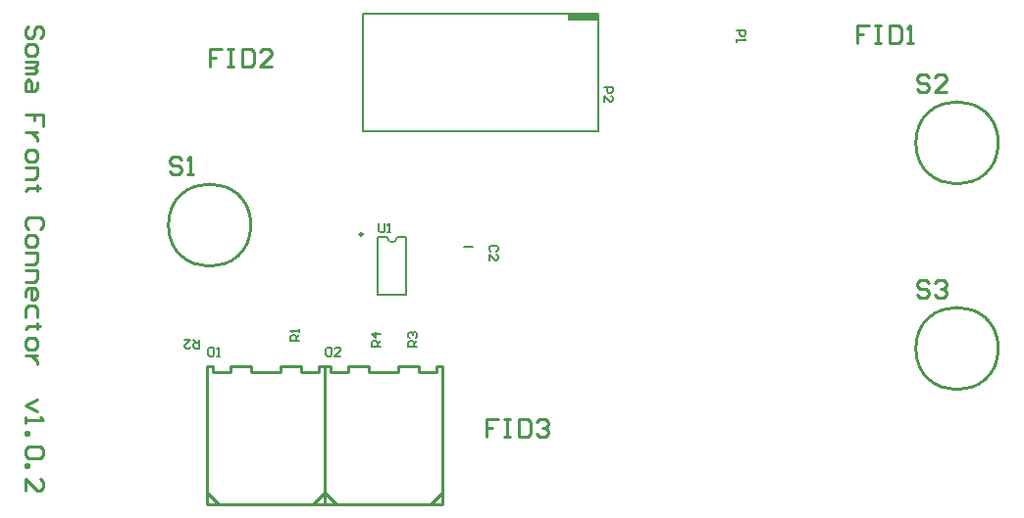
<source format=gto>
%FSLAX24Y24*%
%MOIN*%
G70*
G01*
G75*
G04 Layer_Color=65535*
%ADD10C,0.0400*%
%ADD11R,0.0394X0.0433*%
%ADD12R,0.0433X0.0394*%
%ADD13R,0.0472X0.1575*%
%ADD14R,0.0669X0.0709*%
%ADD15R,0.0748X0.0748*%
%ADD16R,0.0807X0.0236*%
%ADD17R,0.0500X0.1449*%
%ADD18C,0.0080*%
%ADD19C,0.0090*%
%ADD20C,0.1600*%
%ADD21C,0.0600*%
%ADD22C,0.0472*%
%ADD23C,0.0630*%
%ADD24C,0.0240*%
%ADD25C,0.0100*%
%ADD26C,0.0079*%
%ADD27C,0.0098*%
%ADD28C,0.0070*%
D18*
X36800Y47300D02*
X36850Y47350D01*
X37800D01*
X36800Y47300D02*
X37800D01*
X36850Y47250D02*
X37800D01*
X36800Y47200D02*
X37800D01*
X36800D02*
Y47400D01*
X29800D02*
X37800D01*
X29800Y43400D02*
X37800D01*
Y47400D01*
X29800Y43400D02*
Y47400D01*
D19*
X18750Y34250D02*
X18350Y34050D01*
X18750Y33850D01*
X18350Y33650D02*
Y33450D01*
Y33550D01*
X18950D01*
X18850Y33650D01*
X18350Y33150D02*
X18450D01*
Y33050D01*
X18350D01*
Y33150D01*
X18850Y32651D02*
X18950Y32551D01*
Y32351D01*
X18850Y32251D01*
X18450D01*
X18350Y32351D01*
Y32551D01*
X18450Y32651D01*
X18850D01*
X18350Y32051D02*
X18450D01*
Y31951D01*
X18350D01*
Y32051D01*
Y31151D02*
Y31551D01*
X18750Y31151D01*
X18850D01*
X18950Y31251D01*
Y31451D01*
X18850Y31551D01*
Y46550D02*
X18950Y46650D01*
Y46850D01*
X18850Y46950D01*
X18750D01*
X18650Y46850D01*
Y46650D01*
X18550Y46550D01*
X18450D01*
X18350Y46650D01*
Y46850D01*
X18450Y46950D01*
X18350Y46250D02*
Y46050D01*
X18450Y45950D01*
X18650D01*
X18750Y46050D01*
Y46250D01*
X18650Y46350D01*
X18450D01*
X18350Y46250D01*
Y45750D02*
X18750D01*
Y45650D01*
X18650Y45550D01*
X18350D01*
X18650D01*
X18750Y45450D01*
X18650Y45351D01*
X18350D01*
X18750Y45051D02*
Y44851D01*
X18650Y44751D01*
X18350D01*
Y45051D01*
X18450Y45151D01*
X18550Y45051D01*
Y44751D01*
X18950Y43551D02*
Y43951D01*
X18650D01*
Y43751D01*
Y43951D01*
X18350D01*
X18750Y43351D02*
X18350D01*
X18550D01*
X18650Y43251D01*
X18750Y43151D01*
Y43051D01*
X18350Y42651D02*
Y42451D01*
X18450Y42351D01*
X18650D01*
X18750Y42451D01*
Y42651D01*
X18650Y42751D01*
X18450D01*
X18350Y42651D01*
Y42152D02*
X18750D01*
Y41852D01*
X18650Y41752D01*
X18350D01*
X18850Y41452D02*
X18750D01*
Y41552D01*
Y41352D01*
Y41452D01*
X18450D01*
X18350Y41352D01*
X18850Y40052D02*
X18950Y40152D01*
Y40352D01*
X18850Y40452D01*
X18450D01*
X18350Y40352D01*
Y40152D01*
X18450Y40052D01*
X18350Y39752D02*
Y39552D01*
X18450Y39452D01*
X18650D01*
X18750Y39552D01*
Y39752D01*
X18650Y39852D01*
X18450D01*
X18350Y39752D01*
Y39252D02*
X18750D01*
Y38953D01*
X18650Y38853D01*
X18350D01*
Y38653D02*
X18750D01*
Y38353D01*
X18650Y38253D01*
X18350D01*
Y37753D02*
Y37953D01*
X18450Y38053D01*
X18650D01*
X18750Y37953D01*
Y37753D01*
X18650Y37653D01*
X18550D01*
Y38053D01*
X18750Y37053D02*
Y37353D01*
X18650Y37453D01*
X18450D01*
X18350Y37353D01*
Y37053D01*
X18850Y36753D02*
X18750D01*
Y36853D01*
Y36653D01*
Y36753D01*
X18450D01*
X18350Y36653D01*
Y36253D02*
Y36054D01*
X18450Y35954D01*
X18650D01*
X18750Y36054D01*
Y36253D01*
X18650Y36353D01*
X18450D01*
X18350Y36253D01*
X18750Y35754D02*
X18350D01*
X18550D01*
X18650Y35654D01*
X18750Y35554D01*
Y35454D01*
D25*
X26000Y40200D02*
G03*
X26000Y40200I-1400J0D01*
G01*
X51400Y43000D02*
G03*
X51400Y43000I-1400J0D01*
G01*
Y36000D02*
G03*
X51400Y36000I-1400J0D01*
G01*
X24500Y31000D02*
Y34400D01*
X28500Y31000D02*
Y34400D01*
X24500Y35400D02*
X24700D01*
Y35200D02*
Y35400D01*
Y35200D02*
X25300D01*
Y35400D01*
X26000D01*
Y35200D02*
Y35400D01*
Y35200D02*
X27000D01*
Y35400D01*
X27700D01*
Y35200D02*
Y35400D01*
Y35200D02*
X28300D01*
Y35400D01*
X28500D01*
Y34400D02*
Y35400D01*
X24500Y34300D02*
Y35400D01*
Y30700D02*
Y31400D01*
Y30700D02*
X28500D01*
Y31000D01*
X24500Y31100D02*
X24900Y30700D01*
X28100D02*
X28500Y31100D01*
Y31000D02*
Y34400D01*
X32500Y31000D02*
Y34400D01*
X28500Y35400D02*
X28700D01*
Y35200D02*
Y35400D01*
Y35200D02*
X29300D01*
Y35400D01*
X30000D01*
Y35200D02*
Y35400D01*
Y35200D02*
X31000D01*
Y35400D01*
X31700D01*
Y35200D02*
Y35400D01*
Y35200D02*
X32300D01*
Y35400D01*
X32500D01*
Y34400D02*
Y35400D01*
X28500Y34300D02*
Y35400D01*
Y30700D02*
Y31400D01*
Y30700D02*
X32500D01*
Y31000D01*
X28500Y31100D02*
X28900Y30700D01*
X32100D02*
X32500Y31100D01*
X49045Y38245D02*
X48945Y38345D01*
X48745D01*
X48645Y38245D01*
Y38145D01*
X48745Y38045D01*
X48945D01*
X49045Y37945D01*
Y37845D01*
X48945Y37745D01*
X48745D01*
X48645Y37845D01*
X49245Y38245D02*
X49345Y38345D01*
X49545D01*
X49645Y38245D01*
Y38145D01*
X49545Y38045D01*
X49445D01*
X49545D01*
X49645Y37945D01*
Y37845D01*
X49545Y37745D01*
X49345D01*
X49245Y37845D01*
X49045Y45245D02*
X48945Y45345D01*
X48745D01*
X48645Y45245D01*
Y45145D01*
X48745Y45045D01*
X48945D01*
X49045Y44945D01*
Y44845D01*
X48945Y44745D01*
X48745D01*
X48645Y44845D01*
X49645Y44745D02*
X49245D01*
X49645Y45145D01*
Y45245D01*
X49545Y45345D01*
X49345D01*
X49245Y45245D01*
X23645Y42445D02*
X23545Y42545D01*
X23345D01*
X23245Y42445D01*
Y42345D01*
X23345Y42245D01*
X23545D01*
X23645Y42145D01*
Y42045D01*
X23545Y41945D01*
X23345D01*
X23245Y42045D01*
X23845Y41945D02*
X24045D01*
X23945D01*
Y42545D01*
X23845Y42445D01*
X34405Y33605D02*
X34005D01*
Y33305D01*
X34205D01*
X34005D01*
Y33005D01*
X34605Y33605D02*
X34805D01*
X34705D01*
Y33005D01*
X34605D01*
X34805D01*
X35105Y33605D02*
Y33005D01*
X35405D01*
X35505Y33105D01*
Y33505D01*
X35405Y33605D01*
X35105D01*
X35704Y33505D02*
X35804Y33605D01*
X36004D01*
X36104Y33505D01*
Y33405D01*
X36004Y33305D01*
X35904D01*
X36004D01*
X36104Y33205D01*
Y33105D01*
X36004Y33005D01*
X35804D01*
X35704Y33105D01*
X25005Y46205D02*
X24605D01*
Y45905D01*
X24805D01*
X24605D01*
Y45605D01*
X25205Y46205D02*
X25405D01*
X25305D01*
Y45605D01*
X25205D01*
X25405D01*
X25705Y46205D02*
Y45605D01*
X26005D01*
X26105Y45705D01*
Y46105D01*
X26005Y46205D01*
X25705D01*
X26704Y45605D02*
X26304D01*
X26704Y46005D01*
Y46105D01*
X26604Y46205D01*
X26404D01*
X26304Y46105D01*
X47005Y47005D02*
X46605D01*
Y46705D01*
X46805D01*
X46605D01*
Y46405D01*
X47205Y47005D02*
X47405D01*
X47305D01*
Y46405D01*
X47205D01*
X47405D01*
X47705Y47005D02*
Y46405D01*
X48005D01*
X48105Y46505D01*
Y46905D01*
X48005Y47005D01*
X47705D01*
X48304Y46405D02*
X48504D01*
X48404D01*
Y47005D01*
X48304Y46905D01*
D26*
X30636Y39784D02*
G03*
X30964Y39784I164J0D01*
G01*
X31292Y37816D02*
Y39784D01*
X30308Y37816D02*
Y39784D01*
Y37816D02*
X31292D01*
X30964Y39784D02*
X31292D01*
X30308D02*
X30636D01*
X33243Y39469D02*
X33557D01*
D27*
X29796Y39885D02*
G03*
X29796Y39885I-49J0D01*
G01*
D28*
X30350Y40250D02*
Y40000D01*
X30400Y39950D01*
X30500D01*
X30550Y40000D01*
Y40250D01*
X30650Y39950D02*
X30750D01*
X30700D01*
Y40250D01*
X30650Y40200D01*
X30400Y36050D02*
X30100D01*
Y36200D01*
X30150Y36250D01*
X30250D01*
X30300Y36200D01*
Y36050D01*
Y36150D02*
X30400Y36250D01*
Y36500D02*
X30100D01*
X30250Y36350D01*
Y36550D01*
X31650Y36050D02*
X31350D01*
Y36200D01*
X31400Y36250D01*
X31500D01*
X31550Y36200D01*
Y36050D01*
Y36150D02*
X31650Y36250D01*
X31400Y36350D02*
X31350Y36400D01*
Y36500D01*
X31400Y36550D01*
X31450D01*
X31500Y36500D01*
Y36450D01*
Y36500D01*
X31550Y36550D01*
X31600D01*
X31650Y36500D01*
Y36400D01*
X31600Y36350D01*
X24250Y36300D02*
Y36000D01*
X24100D01*
X24050Y36050D01*
Y36150D01*
X24100Y36200D01*
X24250D01*
X24150D02*
X24050Y36300D01*
X23750D02*
X23950D01*
X23750Y36100D01*
Y36050D01*
X23800Y36000D01*
X23900D01*
X23950Y36050D01*
X27650Y36250D02*
X27350D01*
Y36400D01*
X27400Y36450D01*
X27500D01*
X27550Y36400D01*
Y36250D01*
Y36350D02*
X27650Y36450D01*
Y36550D02*
Y36650D01*
Y36600D01*
X27350D01*
X27400Y36550D01*
X38000Y44900D02*
X38300D01*
Y44750D01*
X38250Y44700D01*
X38150D01*
X38100Y44750D01*
Y44900D01*
X38000Y44400D02*
Y44600D01*
X38200Y44400D01*
X38250D01*
X38300Y44450D01*
Y44550D01*
X38250Y44600D01*
X42525Y46835D02*
X42825D01*
Y46685D01*
X42775Y46635D01*
X42675D01*
X42625Y46685D01*
Y46835D01*
X42525Y46535D02*
Y46435D01*
Y46485D01*
X42825D01*
X42775Y46535D01*
X28695Y36045D02*
X28595D01*
X28545Y35995D01*
Y35795D01*
X28595Y35745D01*
X28695D01*
X28745Y35795D01*
Y35995D01*
X28695Y36045D01*
X29045Y35745D02*
X28845D01*
X29045Y35945D01*
Y35995D01*
X28995Y36045D01*
X28895D01*
X28845Y35995D01*
X24695Y36045D02*
X24595D01*
X24545Y35995D01*
Y35795D01*
X24595Y35745D01*
X24695D01*
X24745Y35795D01*
Y35995D01*
X24695Y36045D01*
X24845Y35745D02*
X24945D01*
X24895D01*
Y36045D01*
X24845Y35995D01*
X34350Y39300D02*
X34400Y39350D01*
Y39450D01*
X34350Y39500D01*
X34150D01*
X34100Y39450D01*
Y39350D01*
X34150Y39300D01*
X34100Y39000D02*
Y39200D01*
X34300Y39000D01*
X34350D01*
X34400Y39050D01*
Y39150D01*
X34350Y39200D01*
M02*

</source>
